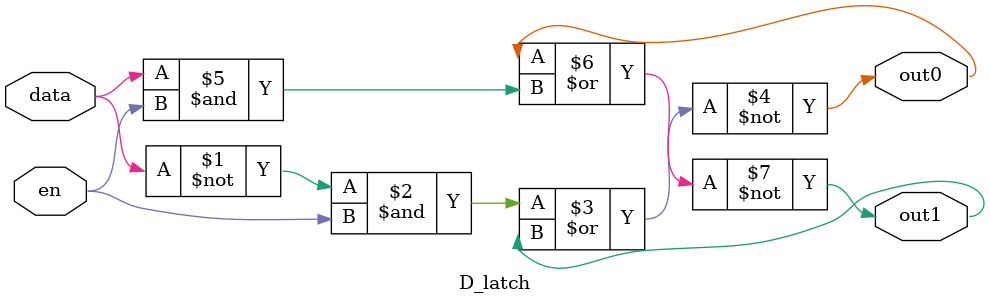
<source format=v>
`timescale 1ns / 1ps

module D_latch(

    input data,
    input en,
    output out0,
    output out1

    );
    
    assign #1 out0 = ~( (~data & en) | out1 );
    assign #1 out1 = ~( out0 | (data & en)  );
    
endmodule

</source>
